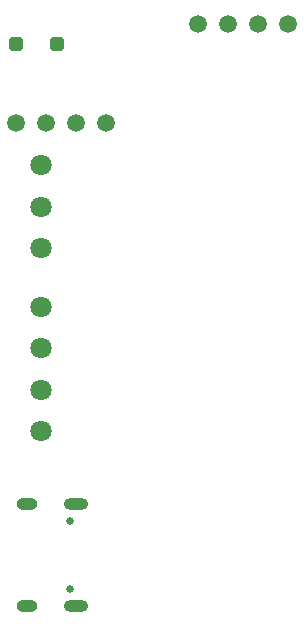
<source format=gbs>
G04 #@! TF.GenerationSoftware,KiCad,Pcbnew,(6.0.10)*
G04 #@! TF.CreationDate,2023-10-08T01:52:56-06:00*
G04 #@! TF.ProjectId,ESP32C3_WordClock,45535033-3243-4335-9f57-6f7264436c6f,rev?*
G04 #@! TF.SameCoordinates,Original*
G04 #@! TF.FileFunction,Soldermask,Bot*
G04 #@! TF.FilePolarity,Negative*
%FSLAX46Y46*%
G04 Gerber Fmt 4.6, Leading zero omitted, Abs format (unit mm)*
G04 Created by KiCad (PCBNEW (6.0.10)) date 2023-10-08 01:52:56*
%MOMM*%
%LPD*%
G01*
G04 APERTURE LIST*
G04 Aperture macros list*
%AMRoundRect*
0 Rectangle with rounded corners*
0 $1 Rounding radius*
0 $2 $3 $4 $5 $6 $7 $8 $9 X,Y pos of 4 corners*
0 Add a 4 corners polygon primitive as box body*
4,1,4,$2,$3,$4,$5,$6,$7,$8,$9,$2,$3,0*
0 Add four circle primitives for the rounded corners*
1,1,$1+$1,$2,$3*
1,1,$1+$1,$4,$5*
1,1,$1+$1,$6,$7*
1,1,$1+$1,$8,$9*
0 Add four rect primitives between the rounded corners*
20,1,$1+$1,$2,$3,$4,$5,0*
20,1,$1+$1,$4,$5,$6,$7,0*
20,1,$1+$1,$6,$7,$8,$9,0*
20,1,$1+$1,$8,$9,$2,$3,0*%
G04 Aperture macros list end*
%ADD10C,0.650000*%
%ADD11O,1.800000X1.000000*%
%ADD12O,2.100000X1.000000*%
%ADD13RoundRect,0.300000X-0.300000X-0.300000X0.300000X-0.300000X0.300000X0.300000X-0.300000X0.300000X0*%
%ADD14C,1.500000*%
%ADD15C,1.800000*%
G04 APERTURE END LIST*
D10*
X66270000Y-98710000D03*
X66270000Y-104490000D03*
D11*
X62590000Y-97280000D03*
X62590000Y-105920000D03*
D12*
X66770000Y-97280000D03*
X66770000Y-105920000D03*
D13*
X65150000Y-58300000D03*
X61650000Y-58300000D03*
D14*
X77090000Y-56600000D03*
X79630000Y-56600000D03*
X82170000Y-56600000D03*
X84710000Y-56600000D03*
D15*
X63800000Y-91100000D03*
X63800000Y-87600000D03*
X63800000Y-84100000D03*
X63800000Y-80600000D03*
D14*
X69310000Y-65000000D03*
X66770000Y-65000000D03*
X64230000Y-65000000D03*
X61690000Y-65000000D03*
D15*
X63800000Y-68600000D03*
X63800000Y-72100000D03*
X63800000Y-75600000D03*
M02*

</source>
